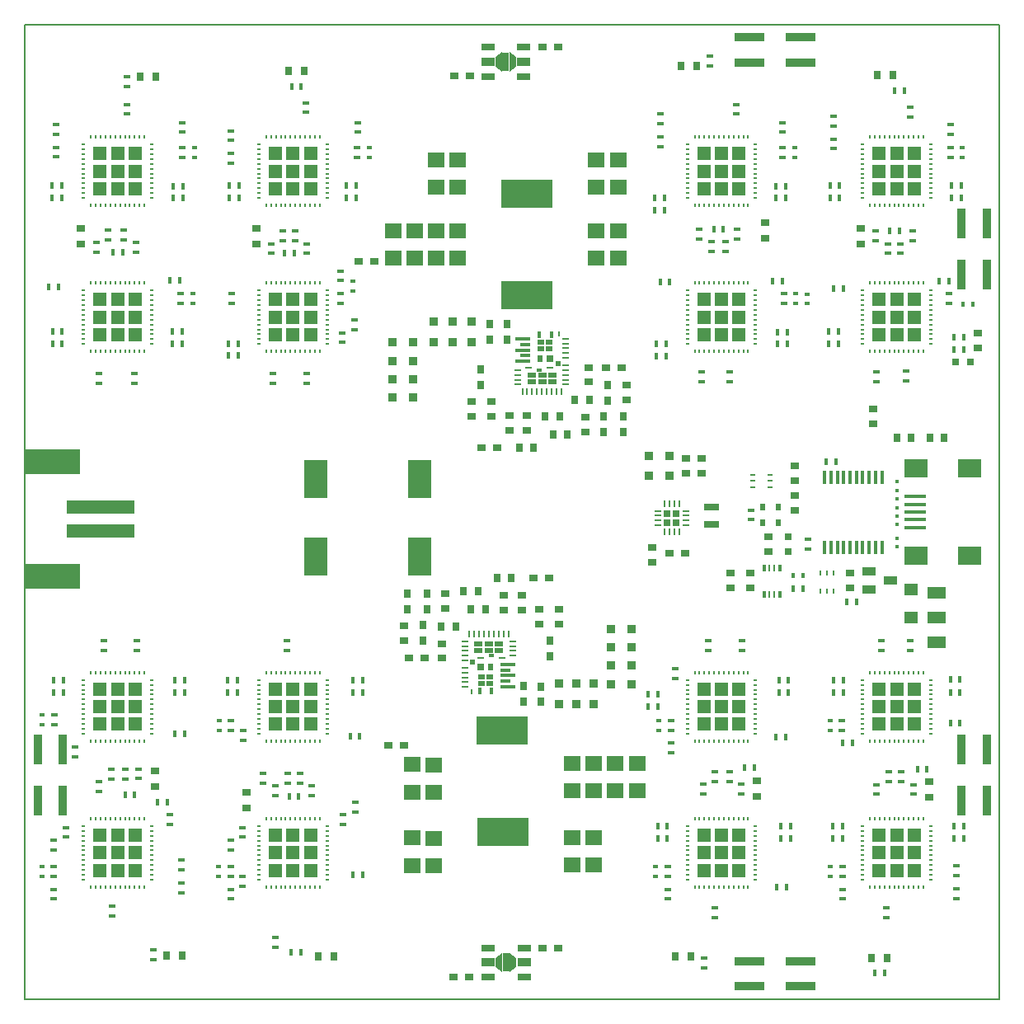
<source format=gtp>
G04 (created by PCBNEW (2013-05-16 BZR 4016)-stable) date 12. 1. 2014 21:27:48*
%MOIN*%
G04 Gerber Fmt 3.4, Leading zero omitted, Abs format*
%FSLAX34Y34*%
G01*
G70*
G90*
G04 APERTURE LIST*
%ADD10C,0.00590551*%
%ADD11R,0.0688315X0.0609315*%
%ADD12R,0.0334646X0.0295276*%
%ADD13R,0.0295276X0.0334646*%
%ADD14R,0.0098315X0.0255315*%
%ADD15R,0.0255315X0.0098315*%
%ADD16R,0.0374016X0.0216535*%
%ADD17R,0.00984252X0.0255315*%
%ADD18R,0.0200787X0.0259843*%
%ADD19R,0.0240157X0.0149606*%
%ADD20R,0.026378X0.00826772*%
%ADD21R,0.00984252X0.0248031*%
%ADD22R,0.0259843X0.0259843*%
%ADD23R,0.0200787X0.0200787*%
%ADD24R,0.0267717X0.0200787*%
%ADD25R,0.0129921X0.0255906*%
%ADD26R,0.0641732X0.0133858*%
%ADD27R,0.0429134X0.0133858*%
%ADD28R,0.0334646X0.0255906*%
%ADD29R,0.0255906X0.0334646*%
%ADD30R,0.023622X0.0314961*%
%ADD31R,0.0865315X0.0176315*%
%ADD32R,0.0964315X0.0767315*%
%ADD33R,0.0240157X0.00984252*%
%ADD34R,0.0137315X0.0570315*%
%ADD35R,0.0767717X0.0480315*%
%ADD36R,0.0216315X0.0137315*%
%ADD37R,0.124016X0.0374016*%
%ADD38R,0.0374016X0.124016*%
%ADD39R,0.0176315X0.0098315*%
%ADD40R,0.0098315X0.0176315*%
%ADD41R,0.0570866X0.0570866*%
%ADD42R,0.0098315X0.0275315*%
%ADD43R,0.0275315X0.0098315*%
%ADD44R,0.0255906X0.0255906*%
%ADD45R,0.00984252X0.0240157*%
%ADD46R,0.0177165X0.0177165*%
%ADD47R,0.0137795X0.0275591*%
%ADD48R,0.00984252X0.0275591*%
%ADD49R,0.0531496X0.0374016*%
%ADD50R,0.0295276X0.0295276*%
%ADD51R,0.0531496X0.0492126*%
%ADD52R,0.0610236X0.0295276*%
%ADD53R,0.0295276X0.0374016*%
%ADD54R,0.0374016X0.0295276*%
%ADD55R,0.0964567X0.155512*%
%ADD56R,0.0374016X0.0374016*%
%ADD57R,0.0255906X0.0177165*%
%ADD58R,0.0177165X0.0255906*%
%ADD59R,0.0216535X0.0177165*%
%ADD60R,0.0177165X0.0216535*%
%ADD61R,0.218504X0.102362*%
%ADD62R,0.273622X0.0531496*%
%ADD63R,0.21063X0.112205*%
%ADD64R,0.0571315X0.0256315*%
%ADD65R,0.0571315X0.0374315*%
%ADD66R,0.0295315X0.0767315*%
G04 APERTURE END LIST*
G54D10*
X38779Y-61023D02*
X78149Y-61023D01*
X78149Y-61023D02*
X78149Y-21653D01*
X78149Y-21653D02*
X38779Y-21653D01*
X38779Y-21653D02*
X38779Y-61023D01*
G54D11*
X61851Y-28202D03*
X61851Y-27100D03*
X62776Y-28202D03*
X62776Y-27100D03*
X56279Y-28208D03*
X56279Y-27106D03*
X55413Y-28208D03*
X55413Y-27106D03*
X54546Y-29965D03*
X54546Y-31067D03*
X53680Y-29965D03*
X53680Y-31067D03*
X63525Y-52610D03*
X63525Y-51508D03*
X62642Y-52607D03*
X62642Y-51505D03*
X55293Y-54522D03*
X55293Y-55624D03*
X54416Y-54521D03*
X54416Y-55623D03*
X60882Y-54515D03*
X60882Y-55617D03*
X61764Y-54517D03*
X61764Y-55619D03*
G54D12*
X59962Y-43996D03*
X59333Y-43996D03*
G54D13*
X54225Y-45260D03*
X54225Y-44631D03*
X59998Y-46531D03*
X59998Y-47160D03*
X55018Y-44641D03*
X55018Y-45270D03*
G54D12*
X54932Y-47236D03*
X54303Y-47236D03*
G54D13*
X54878Y-45921D03*
X54878Y-46550D03*
G54D14*
X58315Y-46274D03*
X58118Y-46274D03*
X57921Y-46274D03*
X57724Y-46274D03*
X57528Y-46274D03*
X57331Y-46274D03*
X57134Y-46274D03*
G54D15*
X56563Y-46560D03*
X56563Y-46756D03*
X56563Y-46953D03*
X58492Y-46560D03*
X58492Y-46756D03*
X58492Y-46953D03*
G54D16*
X57925Y-46936D03*
G54D17*
X56937Y-46274D03*
X56740Y-46274D03*
G54D18*
X57613Y-47602D03*
G54D15*
X58492Y-47150D03*
X56563Y-47151D03*
G54D19*
X57634Y-47146D03*
G54D20*
X58073Y-47231D03*
G54D15*
X56563Y-47341D03*
X56563Y-47636D03*
X56563Y-47831D03*
X56563Y-48026D03*
X56563Y-48221D03*
X56563Y-48421D03*
G54D21*
X56823Y-48591D03*
G54D22*
X57202Y-47603D03*
G54D20*
X57205Y-47238D03*
G54D23*
X56877Y-47414D03*
G54D16*
X57925Y-46668D03*
X57515Y-46936D03*
X57105Y-46936D03*
X57515Y-46668D03*
X57103Y-46668D03*
G54D24*
X57565Y-48276D03*
X57565Y-48011D03*
X57221Y-48276D03*
X57221Y-48012D03*
G54D25*
X57638Y-48586D03*
X57149Y-48586D03*
G54D26*
X58301Y-48400D03*
G54D27*
X58199Y-48176D03*
G54D26*
X58301Y-47954D03*
X58299Y-47508D03*
G54D27*
X58197Y-47732D03*
G54D28*
X60358Y-45871D03*
X60358Y-45280D03*
X55768Y-44650D03*
X55768Y-45241D03*
X59578Y-45280D03*
X59578Y-45871D03*
G54D29*
X55602Y-45956D03*
X56193Y-45956D03*
X56812Y-45276D03*
X57403Y-45276D03*
G54D28*
X55638Y-46660D03*
X55638Y-47251D03*
G54D29*
X57852Y-43996D03*
X58443Y-43996D03*
G54D28*
X54100Y-45938D03*
X54100Y-46529D03*
X58848Y-45301D03*
X58848Y-44710D03*
X58118Y-44710D03*
X58118Y-45301D03*
G54D11*
X55413Y-29960D03*
X55413Y-31062D03*
G54D12*
X59705Y-22550D03*
X60334Y-22550D03*
G54D30*
X69242Y-41151D03*
X68592Y-41151D03*
X69242Y-41761D03*
X68592Y-41761D03*
G54D11*
X56279Y-29960D03*
X56279Y-31062D03*
X61850Y-29980D03*
X61850Y-31082D03*
X62775Y-29980D03*
X62775Y-31082D03*
X60885Y-52607D03*
X60885Y-51505D03*
X61768Y-52610D03*
X61768Y-51508D03*
X55307Y-52659D03*
X55307Y-51557D03*
X54429Y-52657D03*
X54429Y-51555D03*
G54D31*
X74763Y-41338D03*
X74763Y-41652D03*
X74763Y-41967D03*
X74763Y-41024D03*
X74763Y-40709D03*
G54D32*
X74803Y-43089D03*
X74803Y-39587D03*
X76948Y-43089D03*
X76948Y-39587D03*
G54D33*
X68905Y-40334D03*
X68181Y-40078D03*
X68905Y-39822D03*
X68905Y-40078D03*
X68181Y-39822D03*
X68181Y-40334D03*
G54D34*
X71112Y-42785D03*
X71368Y-42785D03*
X71624Y-42785D03*
X71880Y-42785D03*
X72136Y-42785D03*
X72390Y-42785D03*
X72646Y-42785D03*
X72902Y-42785D03*
X73158Y-42785D03*
X73414Y-42785D03*
X73414Y-39931D03*
X73158Y-39931D03*
X72902Y-39931D03*
X72646Y-39931D03*
X72390Y-39931D03*
X72136Y-39931D03*
X71880Y-39931D03*
X71624Y-39931D03*
X71368Y-39931D03*
X71112Y-39931D03*
G54D35*
X75629Y-45610D03*
X75629Y-46614D03*
X75629Y-44606D03*
G54D36*
X70403Y-32539D03*
X70403Y-32893D03*
G54D37*
X68051Y-23159D03*
X68051Y-22155D03*
X70137Y-22155D03*
X70137Y-23159D03*
G54D38*
X76643Y-29665D03*
X77647Y-29665D03*
X77647Y-31751D03*
X76643Y-31751D03*
X76643Y-50925D03*
X77647Y-50925D03*
X77647Y-53011D03*
X76643Y-53011D03*
G54D37*
X70137Y-59517D03*
X70137Y-60521D03*
X68051Y-60521D03*
X68051Y-59517D03*
G54D39*
X43896Y-26477D03*
X43896Y-26674D03*
X43896Y-26871D03*
X43896Y-27067D03*
X43896Y-27264D03*
X43896Y-27461D03*
X43896Y-27657D03*
X43896Y-27854D03*
X43896Y-28051D03*
X43896Y-28247D03*
X43896Y-28444D03*
X43896Y-28641D03*
G54D40*
X43601Y-28936D03*
X43404Y-28936D03*
X43207Y-28936D03*
X43011Y-28936D03*
X42814Y-28936D03*
X42617Y-28936D03*
X42421Y-28936D03*
X42224Y-28936D03*
X42027Y-28936D03*
X41831Y-28936D03*
X41634Y-28936D03*
X41437Y-28936D03*
G54D39*
X41142Y-28641D03*
X41142Y-28444D03*
X41142Y-28247D03*
X41142Y-28051D03*
X41142Y-27854D03*
X41142Y-27657D03*
X41142Y-27461D03*
X41142Y-27264D03*
X41142Y-27067D03*
X41142Y-26871D03*
X41142Y-26674D03*
X41142Y-26477D03*
G54D40*
X41437Y-26182D03*
X41634Y-26182D03*
X41831Y-26182D03*
X42027Y-26182D03*
X42224Y-26182D03*
X42421Y-26182D03*
X42617Y-26182D03*
X42814Y-26182D03*
X43011Y-26182D03*
X43207Y-26182D03*
X43404Y-26182D03*
X43601Y-26182D03*
G54D41*
X41811Y-26850D03*
X42519Y-26850D03*
X43228Y-26850D03*
X41811Y-27559D03*
X42519Y-27559D03*
X43228Y-27559D03*
X41811Y-28267D03*
X42519Y-28267D03*
X43228Y-28267D03*
G54D39*
X43896Y-32382D03*
X43896Y-32579D03*
X43896Y-32776D03*
X43896Y-32972D03*
X43896Y-33169D03*
X43896Y-33366D03*
X43896Y-33562D03*
X43896Y-33759D03*
X43896Y-33956D03*
X43896Y-34152D03*
X43896Y-34349D03*
X43896Y-34546D03*
G54D40*
X43601Y-34841D03*
X43404Y-34841D03*
X43207Y-34841D03*
X43011Y-34841D03*
X42814Y-34841D03*
X42617Y-34841D03*
X42421Y-34841D03*
X42224Y-34841D03*
X42027Y-34841D03*
X41831Y-34841D03*
X41634Y-34841D03*
X41437Y-34841D03*
G54D39*
X41142Y-34546D03*
X41142Y-34349D03*
X41142Y-34152D03*
X41142Y-33956D03*
X41142Y-33759D03*
X41142Y-33562D03*
X41142Y-33366D03*
X41142Y-33169D03*
X41142Y-32972D03*
X41142Y-32776D03*
X41142Y-32579D03*
X41142Y-32382D03*
G54D40*
X41437Y-32087D03*
X41634Y-32087D03*
X41831Y-32087D03*
X42027Y-32087D03*
X42224Y-32087D03*
X42421Y-32087D03*
X42617Y-32087D03*
X42814Y-32087D03*
X43011Y-32087D03*
X43207Y-32087D03*
X43404Y-32087D03*
X43601Y-32087D03*
G54D41*
X41811Y-32755D03*
X42519Y-32755D03*
X43228Y-32755D03*
X41811Y-33464D03*
X42519Y-33464D03*
X43228Y-33464D03*
X41811Y-34173D03*
X42519Y-34173D03*
X43228Y-34173D03*
G54D39*
X50983Y-32382D03*
X50983Y-32579D03*
X50983Y-32776D03*
X50983Y-32972D03*
X50983Y-33169D03*
X50983Y-33366D03*
X50983Y-33562D03*
X50983Y-33759D03*
X50983Y-33956D03*
X50983Y-34152D03*
X50983Y-34349D03*
X50983Y-34546D03*
G54D40*
X50688Y-34841D03*
X50491Y-34841D03*
X50294Y-34841D03*
X50098Y-34841D03*
X49901Y-34841D03*
X49704Y-34841D03*
X49508Y-34841D03*
X49311Y-34841D03*
X49114Y-34841D03*
X48918Y-34841D03*
X48721Y-34841D03*
X48524Y-34841D03*
G54D39*
X48229Y-34546D03*
X48229Y-34349D03*
X48229Y-34152D03*
X48229Y-33956D03*
X48229Y-33759D03*
X48229Y-33562D03*
X48229Y-33366D03*
X48229Y-33169D03*
X48229Y-32972D03*
X48229Y-32776D03*
X48229Y-32579D03*
X48229Y-32382D03*
G54D40*
X48524Y-32087D03*
X48721Y-32087D03*
X48918Y-32087D03*
X49114Y-32087D03*
X49311Y-32087D03*
X49508Y-32087D03*
X49704Y-32087D03*
X49901Y-32087D03*
X50098Y-32087D03*
X50294Y-32087D03*
X50491Y-32087D03*
X50688Y-32087D03*
G54D41*
X48897Y-32755D03*
X49606Y-32755D03*
X50314Y-32755D03*
X48897Y-33464D03*
X49606Y-33464D03*
X50314Y-33464D03*
X48897Y-34173D03*
X49606Y-34173D03*
X50314Y-34173D03*
G54D39*
X50983Y-26477D03*
X50983Y-26674D03*
X50983Y-26871D03*
X50983Y-27067D03*
X50983Y-27264D03*
X50983Y-27461D03*
X50983Y-27657D03*
X50983Y-27854D03*
X50983Y-28051D03*
X50983Y-28247D03*
X50983Y-28444D03*
X50983Y-28641D03*
G54D40*
X50688Y-28936D03*
X50491Y-28936D03*
X50294Y-28936D03*
X50098Y-28936D03*
X49901Y-28936D03*
X49704Y-28936D03*
X49508Y-28936D03*
X49311Y-28936D03*
X49114Y-28936D03*
X48918Y-28936D03*
X48721Y-28936D03*
X48524Y-28936D03*
G54D39*
X48229Y-28641D03*
X48229Y-28444D03*
X48229Y-28247D03*
X48229Y-28051D03*
X48229Y-27854D03*
X48229Y-27657D03*
X48229Y-27461D03*
X48229Y-27264D03*
X48229Y-27067D03*
X48229Y-26871D03*
X48229Y-26674D03*
X48229Y-26477D03*
G54D40*
X48524Y-26182D03*
X48721Y-26182D03*
X48918Y-26182D03*
X49114Y-26182D03*
X49311Y-26182D03*
X49508Y-26182D03*
X49704Y-26182D03*
X49901Y-26182D03*
X50098Y-26182D03*
X50294Y-26182D03*
X50491Y-26182D03*
X50688Y-26182D03*
G54D41*
X48897Y-26850D03*
X49606Y-26850D03*
X50314Y-26850D03*
X48897Y-27559D03*
X49606Y-27559D03*
X50314Y-27559D03*
X48897Y-28267D03*
X49606Y-28267D03*
X50314Y-28267D03*
G54D39*
X41142Y-50294D03*
X41142Y-50097D03*
X41142Y-49900D03*
X41142Y-49704D03*
X41142Y-49507D03*
X41142Y-49310D03*
X41142Y-49114D03*
X41142Y-48917D03*
X41142Y-48720D03*
X41142Y-48524D03*
X41142Y-48327D03*
X41142Y-48130D03*
G54D40*
X41437Y-47835D03*
X41634Y-47835D03*
X41831Y-47835D03*
X42027Y-47835D03*
X42224Y-47835D03*
X42421Y-47835D03*
X42617Y-47835D03*
X42814Y-47835D03*
X43011Y-47835D03*
X43207Y-47835D03*
X43404Y-47835D03*
X43601Y-47835D03*
G54D39*
X43896Y-48130D03*
X43896Y-48327D03*
X43896Y-48524D03*
X43896Y-48720D03*
X43896Y-48917D03*
X43896Y-49114D03*
X43896Y-49310D03*
X43896Y-49507D03*
X43896Y-49704D03*
X43896Y-49900D03*
X43896Y-50097D03*
X43896Y-50294D03*
G54D40*
X43601Y-50589D03*
X43404Y-50589D03*
X43207Y-50589D03*
X43011Y-50589D03*
X42814Y-50589D03*
X42617Y-50589D03*
X42421Y-50589D03*
X42224Y-50589D03*
X42027Y-50589D03*
X41831Y-50589D03*
X41634Y-50589D03*
X41437Y-50589D03*
G54D41*
X43228Y-49921D03*
X42519Y-49921D03*
X41811Y-49921D03*
X43228Y-49212D03*
X42519Y-49212D03*
X41811Y-49212D03*
X43228Y-48503D03*
X42519Y-48503D03*
X41811Y-48503D03*
G54D39*
X41142Y-56200D03*
X41142Y-56003D03*
X41142Y-55806D03*
X41142Y-55610D03*
X41142Y-55413D03*
X41142Y-55216D03*
X41142Y-55020D03*
X41142Y-54823D03*
X41142Y-54626D03*
X41142Y-54430D03*
X41142Y-54233D03*
X41142Y-54036D03*
G54D40*
X41437Y-53741D03*
X41634Y-53741D03*
X41831Y-53741D03*
X42027Y-53741D03*
X42224Y-53741D03*
X42421Y-53741D03*
X42617Y-53741D03*
X42814Y-53741D03*
X43011Y-53741D03*
X43207Y-53741D03*
X43404Y-53741D03*
X43601Y-53741D03*
G54D39*
X43896Y-54036D03*
X43896Y-54233D03*
X43896Y-54430D03*
X43896Y-54626D03*
X43896Y-54823D03*
X43896Y-55020D03*
X43896Y-55216D03*
X43896Y-55413D03*
X43896Y-55610D03*
X43896Y-55806D03*
X43896Y-56003D03*
X43896Y-56200D03*
G54D40*
X43601Y-56495D03*
X43404Y-56495D03*
X43207Y-56495D03*
X43011Y-56495D03*
X42814Y-56495D03*
X42617Y-56495D03*
X42421Y-56495D03*
X42224Y-56495D03*
X42027Y-56495D03*
X41831Y-56495D03*
X41634Y-56495D03*
X41437Y-56495D03*
G54D41*
X43228Y-55826D03*
X42519Y-55826D03*
X41811Y-55826D03*
X43228Y-55118D03*
X42519Y-55118D03*
X41811Y-55118D03*
X43228Y-54409D03*
X42519Y-54409D03*
X41811Y-54409D03*
G54D39*
X48229Y-56200D03*
X48229Y-56003D03*
X48229Y-55806D03*
X48229Y-55610D03*
X48229Y-55413D03*
X48229Y-55216D03*
X48229Y-55020D03*
X48229Y-54823D03*
X48229Y-54626D03*
X48229Y-54430D03*
X48229Y-54233D03*
X48229Y-54036D03*
G54D40*
X48524Y-53741D03*
X48721Y-53741D03*
X48918Y-53741D03*
X49114Y-53741D03*
X49311Y-53741D03*
X49508Y-53741D03*
X49704Y-53741D03*
X49901Y-53741D03*
X50098Y-53741D03*
X50294Y-53741D03*
X50491Y-53741D03*
X50688Y-53741D03*
G54D39*
X50983Y-54036D03*
X50983Y-54233D03*
X50983Y-54430D03*
X50983Y-54626D03*
X50983Y-54823D03*
X50983Y-55020D03*
X50983Y-55216D03*
X50983Y-55413D03*
X50983Y-55610D03*
X50983Y-55806D03*
X50983Y-56003D03*
X50983Y-56200D03*
G54D40*
X50688Y-56495D03*
X50491Y-56495D03*
X50294Y-56495D03*
X50098Y-56495D03*
X49901Y-56495D03*
X49704Y-56495D03*
X49508Y-56495D03*
X49311Y-56495D03*
X49114Y-56495D03*
X48918Y-56495D03*
X48721Y-56495D03*
X48524Y-56495D03*
G54D41*
X50314Y-55826D03*
X49606Y-55826D03*
X48897Y-55826D03*
X50314Y-55118D03*
X49606Y-55118D03*
X48897Y-55118D03*
X50314Y-54409D03*
X49606Y-54409D03*
X48897Y-54409D03*
G54D39*
X48229Y-50294D03*
X48229Y-50097D03*
X48229Y-49900D03*
X48229Y-49704D03*
X48229Y-49507D03*
X48229Y-49310D03*
X48229Y-49114D03*
X48229Y-48917D03*
X48229Y-48720D03*
X48229Y-48524D03*
X48229Y-48327D03*
X48229Y-48130D03*
G54D40*
X48524Y-47835D03*
X48721Y-47835D03*
X48918Y-47835D03*
X49114Y-47835D03*
X49311Y-47835D03*
X49508Y-47835D03*
X49704Y-47835D03*
X49901Y-47835D03*
X50098Y-47835D03*
X50294Y-47835D03*
X50491Y-47835D03*
X50688Y-47835D03*
G54D39*
X50983Y-48130D03*
X50983Y-48327D03*
X50983Y-48524D03*
X50983Y-48720D03*
X50983Y-48917D03*
X50983Y-49114D03*
X50983Y-49310D03*
X50983Y-49507D03*
X50983Y-49704D03*
X50983Y-49900D03*
X50983Y-50097D03*
X50983Y-50294D03*
G54D40*
X50688Y-50589D03*
X50491Y-50589D03*
X50294Y-50589D03*
X50098Y-50589D03*
X49901Y-50589D03*
X49704Y-50589D03*
X49508Y-50589D03*
X49311Y-50589D03*
X49114Y-50589D03*
X48918Y-50589D03*
X48721Y-50589D03*
X48524Y-50589D03*
G54D41*
X50314Y-49921D03*
X49606Y-49921D03*
X48897Y-49921D03*
X50314Y-49212D03*
X49606Y-49212D03*
X48897Y-49212D03*
X50314Y-48503D03*
X49606Y-48503D03*
X48897Y-48503D03*
G54D39*
X65552Y-50294D03*
X65552Y-50097D03*
X65552Y-49900D03*
X65552Y-49704D03*
X65552Y-49507D03*
X65552Y-49310D03*
X65552Y-49114D03*
X65552Y-48917D03*
X65552Y-48720D03*
X65552Y-48524D03*
X65552Y-48327D03*
X65552Y-48130D03*
G54D40*
X65847Y-47835D03*
X66044Y-47835D03*
X66241Y-47835D03*
X66437Y-47835D03*
X66634Y-47835D03*
X66831Y-47835D03*
X67027Y-47835D03*
X67224Y-47835D03*
X67421Y-47835D03*
X67617Y-47835D03*
X67814Y-47835D03*
X68011Y-47835D03*
G54D39*
X68306Y-48130D03*
X68306Y-48327D03*
X68306Y-48524D03*
X68306Y-48720D03*
X68306Y-48917D03*
X68306Y-49114D03*
X68306Y-49310D03*
X68306Y-49507D03*
X68306Y-49704D03*
X68306Y-49900D03*
X68306Y-50097D03*
X68306Y-50294D03*
G54D40*
X68011Y-50589D03*
X67814Y-50589D03*
X67617Y-50589D03*
X67421Y-50589D03*
X67224Y-50589D03*
X67027Y-50589D03*
X66831Y-50589D03*
X66634Y-50589D03*
X66437Y-50589D03*
X66241Y-50589D03*
X66044Y-50589D03*
X65847Y-50589D03*
G54D41*
X67637Y-49921D03*
X66929Y-49921D03*
X66220Y-49921D03*
X67637Y-49212D03*
X66929Y-49212D03*
X66220Y-49212D03*
X67637Y-48503D03*
X66929Y-48503D03*
X66220Y-48503D03*
G54D39*
X65552Y-56200D03*
X65552Y-56003D03*
X65552Y-55806D03*
X65552Y-55610D03*
X65552Y-55413D03*
X65552Y-55216D03*
X65552Y-55020D03*
X65552Y-54823D03*
X65552Y-54626D03*
X65552Y-54430D03*
X65552Y-54233D03*
X65552Y-54036D03*
G54D40*
X65847Y-53741D03*
X66044Y-53741D03*
X66241Y-53741D03*
X66437Y-53741D03*
X66634Y-53741D03*
X66831Y-53741D03*
X67027Y-53741D03*
X67224Y-53741D03*
X67421Y-53741D03*
X67617Y-53741D03*
X67814Y-53741D03*
X68011Y-53741D03*
G54D39*
X68306Y-54036D03*
X68306Y-54233D03*
X68306Y-54430D03*
X68306Y-54626D03*
X68306Y-54823D03*
X68306Y-55020D03*
X68306Y-55216D03*
X68306Y-55413D03*
X68306Y-55610D03*
X68306Y-55806D03*
X68306Y-56003D03*
X68306Y-56200D03*
G54D40*
X68011Y-56495D03*
X67814Y-56495D03*
X67617Y-56495D03*
X67421Y-56495D03*
X67224Y-56495D03*
X67027Y-56495D03*
X66831Y-56495D03*
X66634Y-56495D03*
X66437Y-56495D03*
X66241Y-56495D03*
X66044Y-56495D03*
X65847Y-56495D03*
G54D41*
X67637Y-55826D03*
X66929Y-55826D03*
X66220Y-55826D03*
X67637Y-55118D03*
X66929Y-55118D03*
X66220Y-55118D03*
X67637Y-54409D03*
X66929Y-54409D03*
X66220Y-54409D03*
G54D39*
X72638Y-56200D03*
X72638Y-56003D03*
X72638Y-55806D03*
X72638Y-55610D03*
X72638Y-55413D03*
X72638Y-55216D03*
X72638Y-55020D03*
X72638Y-54823D03*
X72638Y-54626D03*
X72638Y-54430D03*
X72638Y-54233D03*
X72638Y-54036D03*
G54D40*
X72933Y-53741D03*
X73130Y-53741D03*
X73327Y-53741D03*
X73523Y-53741D03*
X73720Y-53741D03*
X73917Y-53741D03*
X74113Y-53741D03*
X74310Y-53741D03*
X74507Y-53741D03*
X74703Y-53741D03*
X74900Y-53741D03*
X75097Y-53741D03*
G54D39*
X75392Y-54036D03*
X75392Y-54233D03*
X75392Y-54430D03*
X75392Y-54626D03*
X75392Y-54823D03*
X75392Y-55020D03*
X75392Y-55216D03*
X75392Y-55413D03*
X75392Y-55610D03*
X75392Y-55806D03*
X75392Y-56003D03*
X75392Y-56200D03*
G54D40*
X75097Y-56495D03*
X74900Y-56495D03*
X74703Y-56495D03*
X74507Y-56495D03*
X74310Y-56495D03*
X74113Y-56495D03*
X73917Y-56495D03*
X73720Y-56495D03*
X73523Y-56495D03*
X73327Y-56495D03*
X73130Y-56495D03*
X72933Y-56495D03*
G54D41*
X74724Y-55826D03*
X74015Y-55826D03*
X73307Y-55826D03*
X74724Y-55118D03*
X74015Y-55118D03*
X73307Y-55118D03*
X74724Y-54409D03*
X74015Y-54409D03*
X73307Y-54409D03*
G54D39*
X72638Y-50294D03*
X72638Y-50097D03*
X72638Y-49900D03*
X72638Y-49704D03*
X72638Y-49507D03*
X72638Y-49310D03*
X72638Y-49114D03*
X72638Y-48917D03*
X72638Y-48720D03*
X72638Y-48524D03*
X72638Y-48327D03*
X72638Y-48130D03*
G54D40*
X72933Y-47835D03*
X73130Y-47835D03*
X73327Y-47835D03*
X73523Y-47835D03*
X73720Y-47835D03*
X73917Y-47835D03*
X74113Y-47835D03*
X74310Y-47835D03*
X74507Y-47835D03*
X74703Y-47835D03*
X74900Y-47835D03*
X75097Y-47835D03*
G54D39*
X75392Y-48130D03*
X75392Y-48327D03*
X75392Y-48524D03*
X75392Y-48720D03*
X75392Y-48917D03*
X75392Y-49114D03*
X75392Y-49310D03*
X75392Y-49507D03*
X75392Y-49704D03*
X75392Y-49900D03*
X75392Y-50097D03*
X75392Y-50294D03*
G54D40*
X75097Y-50589D03*
X74900Y-50589D03*
X74703Y-50589D03*
X74507Y-50589D03*
X74310Y-50589D03*
X74113Y-50589D03*
X73917Y-50589D03*
X73720Y-50589D03*
X73523Y-50589D03*
X73327Y-50589D03*
X73130Y-50589D03*
X72933Y-50589D03*
G54D41*
X74724Y-49921D03*
X74015Y-49921D03*
X73307Y-49921D03*
X74724Y-49212D03*
X74015Y-49212D03*
X73307Y-49212D03*
X74724Y-48503D03*
X74015Y-48503D03*
X73307Y-48503D03*
G54D39*
X75392Y-32382D03*
X75392Y-32579D03*
X75392Y-32776D03*
X75392Y-32972D03*
X75392Y-33169D03*
X75392Y-33366D03*
X75392Y-33562D03*
X75392Y-33759D03*
X75392Y-33956D03*
X75392Y-34152D03*
X75392Y-34349D03*
X75392Y-34546D03*
G54D40*
X75097Y-34841D03*
X74900Y-34841D03*
X74703Y-34841D03*
X74507Y-34841D03*
X74310Y-34841D03*
X74113Y-34841D03*
X73917Y-34841D03*
X73720Y-34841D03*
X73523Y-34841D03*
X73327Y-34841D03*
X73130Y-34841D03*
X72933Y-34841D03*
G54D39*
X72638Y-34546D03*
X72638Y-34349D03*
X72638Y-34152D03*
X72638Y-33956D03*
X72638Y-33759D03*
X72638Y-33562D03*
X72638Y-33366D03*
X72638Y-33169D03*
X72638Y-32972D03*
X72638Y-32776D03*
X72638Y-32579D03*
X72638Y-32382D03*
G54D40*
X72933Y-32087D03*
X73130Y-32087D03*
X73327Y-32087D03*
X73523Y-32087D03*
X73720Y-32087D03*
X73917Y-32087D03*
X74113Y-32087D03*
X74310Y-32087D03*
X74507Y-32087D03*
X74703Y-32087D03*
X74900Y-32087D03*
X75097Y-32087D03*
G54D41*
X73307Y-32755D03*
X74015Y-32755D03*
X74724Y-32755D03*
X73307Y-33464D03*
X74015Y-33464D03*
X74724Y-33464D03*
X73307Y-34173D03*
X74015Y-34173D03*
X74724Y-34173D03*
G54D39*
X75392Y-26477D03*
X75392Y-26674D03*
X75392Y-26871D03*
X75392Y-27067D03*
X75392Y-27264D03*
X75392Y-27461D03*
X75392Y-27657D03*
X75392Y-27854D03*
X75392Y-28051D03*
X75392Y-28247D03*
X75392Y-28444D03*
X75392Y-28641D03*
G54D40*
X75097Y-28936D03*
X74900Y-28936D03*
X74703Y-28936D03*
X74507Y-28936D03*
X74310Y-28936D03*
X74113Y-28936D03*
X73917Y-28936D03*
X73720Y-28936D03*
X73523Y-28936D03*
X73327Y-28936D03*
X73130Y-28936D03*
X72933Y-28936D03*
G54D39*
X72638Y-28641D03*
X72638Y-28444D03*
X72638Y-28247D03*
X72638Y-28051D03*
X72638Y-27854D03*
X72638Y-27657D03*
X72638Y-27461D03*
X72638Y-27264D03*
X72638Y-27067D03*
X72638Y-26871D03*
X72638Y-26674D03*
X72638Y-26477D03*
G54D40*
X72933Y-26182D03*
X73130Y-26182D03*
X73327Y-26182D03*
X73523Y-26182D03*
X73720Y-26182D03*
X73917Y-26182D03*
X74113Y-26182D03*
X74310Y-26182D03*
X74507Y-26182D03*
X74703Y-26182D03*
X74900Y-26182D03*
X75097Y-26182D03*
G54D41*
X73307Y-26850D03*
X74015Y-26850D03*
X74724Y-26850D03*
X73307Y-27559D03*
X74015Y-27559D03*
X74724Y-27559D03*
X73307Y-28267D03*
X74015Y-28267D03*
X74724Y-28267D03*
G54D39*
X68306Y-26477D03*
X68306Y-26674D03*
X68306Y-26871D03*
X68306Y-27067D03*
X68306Y-27264D03*
X68306Y-27461D03*
X68306Y-27657D03*
X68306Y-27854D03*
X68306Y-28051D03*
X68306Y-28247D03*
X68306Y-28444D03*
X68306Y-28641D03*
G54D40*
X68011Y-28936D03*
X67814Y-28936D03*
X67617Y-28936D03*
X67421Y-28936D03*
X67224Y-28936D03*
X67027Y-28936D03*
X66831Y-28936D03*
X66634Y-28936D03*
X66437Y-28936D03*
X66241Y-28936D03*
X66044Y-28936D03*
X65847Y-28936D03*
G54D39*
X65552Y-28641D03*
X65552Y-28444D03*
X65552Y-28247D03*
X65552Y-28051D03*
X65552Y-27854D03*
X65552Y-27657D03*
X65552Y-27461D03*
X65552Y-27264D03*
X65552Y-27067D03*
X65552Y-26871D03*
X65552Y-26674D03*
X65552Y-26477D03*
G54D40*
X65847Y-26182D03*
X66044Y-26182D03*
X66241Y-26182D03*
X66437Y-26182D03*
X66634Y-26182D03*
X66831Y-26182D03*
X67027Y-26182D03*
X67224Y-26182D03*
X67421Y-26182D03*
X67617Y-26182D03*
X67814Y-26182D03*
X68011Y-26182D03*
G54D41*
X66220Y-26850D03*
X66929Y-26850D03*
X67637Y-26850D03*
X66220Y-27559D03*
X66929Y-27559D03*
X67637Y-27559D03*
X66220Y-28267D03*
X66929Y-28267D03*
X67637Y-28267D03*
G54D39*
X68306Y-32382D03*
X68306Y-32579D03*
X68306Y-32776D03*
X68306Y-32972D03*
X68306Y-33169D03*
X68306Y-33366D03*
X68306Y-33562D03*
X68306Y-33759D03*
X68306Y-33956D03*
X68306Y-34152D03*
X68306Y-34349D03*
X68306Y-34546D03*
G54D40*
X68011Y-34841D03*
X67814Y-34841D03*
X67617Y-34841D03*
X67421Y-34841D03*
X67224Y-34841D03*
X67027Y-34841D03*
X66831Y-34841D03*
X66634Y-34841D03*
X66437Y-34841D03*
X66241Y-34841D03*
X66044Y-34841D03*
X65847Y-34841D03*
G54D39*
X65552Y-34546D03*
X65552Y-34349D03*
X65552Y-34152D03*
X65552Y-33956D03*
X65552Y-33759D03*
X65552Y-33562D03*
X65552Y-33366D03*
X65552Y-33169D03*
X65552Y-32972D03*
X65552Y-32776D03*
X65552Y-32579D03*
X65552Y-32382D03*
G54D40*
X65847Y-32087D03*
X66044Y-32087D03*
X66241Y-32087D03*
X66437Y-32087D03*
X66634Y-32087D03*
X66831Y-32087D03*
X67027Y-32087D03*
X67224Y-32087D03*
X67421Y-32087D03*
X67617Y-32087D03*
X67814Y-32087D03*
X68011Y-32087D03*
G54D41*
X66220Y-32755D03*
X66929Y-32755D03*
X67637Y-32755D03*
X66220Y-33464D03*
X66929Y-33464D03*
X67637Y-33464D03*
X66220Y-34173D03*
X66929Y-34173D03*
X67637Y-34173D03*
G54D42*
X65214Y-41015D03*
X65017Y-41015D03*
X64821Y-41015D03*
X64624Y-41015D03*
G54D43*
X64349Y-41290D03*
X64349Y-41487D03*
X64349Y-41683D03*
X64349Y-41880D03*
G54D42*
X64624Y-42155D03*
X64821Y-42155D03*
X65017Y-42155D03*
X65214Y-42155D03*
G54D43*
X65489Y-41880D03*
X65489Y-41683D03*
X65489Y-41487D03*
X65489Y-41290D03*
G54D44*
X65096Y-41408D03*
X65096Y-41763D03*
X64742Y-41408D03*
X64742Y-41763D03*
G54D38*
X40285Y-53011D03*
X39281Y-53011D03*
X39281Y-50925D03*
X40285Y-50925D03*
G54D45*
X70944Y-44545D03*
X71200Y-43820D03*
X71456Y-44545D03*
X71200Y-44545D03*
X71456Y-43820D03*
X70944Y-43820D03*
G54D46*
X74025Y-41496D03*
X74025Y-41850D03*
X74025Y-40807D03*
X74025Y-41161D03*
X74035Y-42401D03*
X74035Y-42755D03*
X74025Y-40118D03*
X74025Y-40472D03*
G54D47*
X69291Y-44685D03*
X68661Y-44685D03*
G54D48*
X68877Y-44685D03*
X69074Y-44685D03*
X69074Y-43602D03*
X68877Y-43602D03*
G54D47*
X68661Y-43602D03*
X69291Y-43602D03*
G54D49*
X72883Y-43740D03*
X72883Y-44488D03*
X73750Y-44104D03*
G54D50*
X69616Y-42352D03*
X69616Y-42942D03*
X76407Y-35275D03*
X76998Y-35275D03*
G54D51*
X74596Y-45600D03*
X74596Y-44458D03*
G54D52*
X66525Y-41840D03*
X66525Y-41131D03*
G54D53*
X44074Y-23740D03*
X43444Y-23740D03*
X50068Y-23494D03*
X49438Y-23494D03*
G54D54*
X48139Y-29881D03*
X48139Y-30511D03*
X41023Y-29862D03*
X41023Y-30492D03*
X44015Y-52431D03*
X44015Y-51801D03*
X47746Y-53307D03*
X47746Y-52677D03*
G54D53*
X45127Y-59261D03*
X44498Y-59261D03*
X51259Y-59320D03*
X50629Y-59320D03*
X65078Y-59301D03*
X65708Y-59301D03*
X73011Y-59360D03*
X73641Y-59360D03*
G54D54*
X68366Y-52844D03*
X68366Y-52214D03*
X75324Y-52874D03*
X75324Y-52244D03*
X68681Y-29645D03*
X68681Y-30275D03*
X72559Y-29862D03*
X72559Y-30492D03*
G54D53*
X65285Y-23307D03*
X65915Y-23307D03*
X73238Y-23661D03*
X73868Y-23661D03*
G54D55*
X50515Y-43141D03*
X50515Y-39992D03*
X54736Y-43141D03*
X54736Y-39992D03*
G54D13*
X58932Y-49016D03*
X58932Y-48387D03*
X57559Y-34370D03*
X57559Y-33740D03*
X58270Y-33750D03*
X58270Y-34379D03*
G54D12*
X56764Y-23720D03*
X56135Y-23720D03*
X56724Y-60145D03*
X56095Y-60145D03*
X59705Y-58960D03*
X60334Y-58960D03*
X66122Y-39173D03*
X65492Y-39173D03*
X66122Y-39783D03*
X65492Y-39783D03*
X64842Y-43011D03*
X65472Y-43011D03*
G54D13*
X59640Y-48391D03*
X59640Y-49020D03*
G54D12*
X52275Y-31190D03*
X52904Y-31190D03*
G54D56*
X63996Y-39881D03*
X64822Y-39881D03*
X63996Y-39074D03*
X64822Y-39074D03*
X60347Y-48285D03*
X60347Y-49112D03*
X61054Y-48285D03*
X61054Y-49112D03*
X61754Y-48285D03*
X61754Y-49112D03*
X62466Y-48290D03*
X63293Y-48290D03*
X62467Y-47544D03*
X63294Y-47544D03*
X56830Y-34473D03*
X56830Y-33646D03*
X56060Y-34473D03*
X56060Y-33646D03*
X55290Y-34473D03*
X55290Y-33646D03*
X54468Y-34488D03*
X53641Y-34488D03*
X54463Y-35230D03*
X53636Y-35230D03*
G54D28*
X68110Y-43818D03*
X68110Y-44409D03*
X67312Y-43818D03*
X67312Y-44409D03*
X72145Y-43799D03*
X72145Y-44389D03*
X68818Y-42942D03*
X68818Y-42352D03*
X77283Y-34704D03*
X77283Y-34114D03*
X73051Y-37185D03*
X73051Y-37775D03*
G54D29*
X75354Y-38346D03*
X75944Y-38346D03*
X74606Y-38346D03*
X74015Y-38346D03*
G54D28*
X69911Y-39468D03*
X69911Y-40059D03*
X69911Y-40669D03*
X69911Y-41259D03*
X64133Y-42775D03*
X64133Y-43366D03*
G54D57*
X70423Y-42450D03*
X70423Y-42844D03*
G54D58*
X71988Y-44970D03*
X72381Y-44970D03*
X69832Y-44429D03*
X70226Y-44429D03*
G54D57*
X43366Y-51722D03*
X43366Y-52116D03*
G54D58*
X49448Y-52834D03*
X49842Y-52834D03*
G54D57*
X43966Y-59045D03*
X43966Y-59438D03*
G54D58*
X49931Y-59124D03*
X49537Y-59124D03*
X68248Y-51673D03*
X67854Y-51673D03*
X75246Y-51732D03*
X74852Y-51732D03*
G54D57*
X66220Y-59370D03*
X66220Y-59763D03*
G54D58*
X73523Y-59980D03*
X73129Y-59980D03*
X73740Y-29960D03*
X74133Y-29960D03*
X67007Y-29901D03*
X66614Y-29901D03*
X73946Y-24301D03*
X74340Y-24301D03*
G54D57*
X66456Y-23297D03*
X66456Y-22903D03*
G54D58*
X49665Y-30885D03*
X49271Y-30885D03*
X42342Y-30846D03*
X42736Y-30846D03*
X49547Y-24153D03*
X49940Y-24153D03*
G54D57*
X42913Y-23740D03*
X42913Y-24133D03*
X68129Y-41259D03*
X68129Y-41653D03*
G54D58*
X71171Y-39301D03*
X71564Y-39301D03*
G54D57*
X41948Y-46948D03*
X41948Y-46555D03*
X40797Y-50846D03*
X40797Y-51240D03*
G54D58*
X40314Y-48622D03*
X39921Y-48622D03*
X43208Y-52785D03*
X42814Y-52785D03*
X44842Y-48622D03*
X45236Y-48622D03*
X44842Y-50295D03*
X45236Y-50295D03*
G54D57*
X42834Y-51732D03*
X42834Y-52125D03*
X42263Y-51732D03*
X42263Y-52125D03*
X39970Y-49537D03*
X39970Y-49931D03*
G54D58*
X40314Y-48129D03*
X39921Y-48129D03*
X44842Y-48129D03*
X45236Y-48129D03*
X51919Y-50403D03*
X52312Y-50403D03*
X47362Y-48622D03*
X46968Y-48622D03*
G54D57*
X48405Y-51919D03*
X48405Y-52312D03*
X49350Y-46948D03*
X49350Y-46555D03*
G54D58*
X52027Y-48622D03*
X52421Y-48622D03*
G54D57*
X47598Y-50177D03*
X47598Y-50570D03*
X49881Y-51909D03*
X49881Y-52303D03*
X49389Y-51909D03*
X49389Y-52303D03*
X47106Y-49763D03*
X47106Y-50157D03*
G54D58*
X47362Y-48129D03*
X46968Y-48129D03*
X52027Y-48129D03*
X52421Y-48129D03*
G54D57*
X42283Y-57273D03*
X42283Y-57667D03*
X39940Y-56988D03*
X39940Y-56594D03*
X39940Y-55000D03*
X39940Y-54606D03*
X41771Y-52637D03*
X41771Y-52244D03*
G54D58*
X44124Y-53080D03*
X44517Y-53080D03*
G54D57*
X43287Y-46948D03*
X43287Y-46555D03*
X45098Y-56732D03*
X45098Y-56338D03*
X45098Y-55413D03*
X45098Y-55807D03*
X39940Y-55669D03*
X39940Y-56062D03*
X40433Y-54094D03*
X40433Y-54488D03*
X44622Y-53976D03*
X44622Y-53582D03*
G54D58*
X52037Y-56013D03*
X52431Y-56013D03*
G54D57*
X47086Y-56988D03*
X47086Y-56594D03*
X47086Y-55000D03*
X47086Y-54606D03*
X50374Y-52814D03*
X50374Y-52421D03*
X52125Y-53070D03*
X52125Y-53464D03*
X47578Y-56082D03*
X47578Y-56476D03*
X48897Y-52814D03*
X48897Y-52421D03*
X48887Y-58553D03*
X48887Y-58946D03*
X47086Y-55669D03*
X47086Y-56062D03*
X47578Y-54094D03*
X47578Y-54488D03*
X51633Y-53976D03*
X51633Y-53582D03*
X67736Y-52736D03*
X67736Y-52342D03*
G54D58*
X64350Y-48720D03*
X63956Y-48720D03*
G54D57*
X67775Y-46948D03*
X67775Y-46555D03*
X66397Y-46948D03*
X66397Y-46555D03*
G54D58*
X69251Y-48622D03*
X69645Y-48622D03*
G54D57*
X64901Y-51082D03*
X64901Y-50688D03*
X67263Y-51830D03*
X67263Y-52224D03*
X66673Y-51830D03*
X66673Y-52224D03*
X64901Y-49763D03*
X64901Y-50157D03*
X65078Y-48070D03*
X65078Y-47677D03*
G54D58*
X69251Y-48129D03*
X69645Y-48129D03*
G54D57*
X74704Y-52755D03*
X74704Y-52362D03*
X74547Y-46929D03*
X74547Y-46535D03*
G54D58*
X71850Y-48622D03*
X71456Y-48622D03*
G54D57*
X73405Y-46929D03*
X73405Y-46535D03*
G54D58*
X76181Y-48622D03*
X76574Y-48622D03*
X72234Y-50669D03*
X71840Y-50669D03*
G54D57*
X74212Y-51850D03*
X74212Y-52244D03*
X73700Y-51850D03*
X73700Y-52244D03*
X71811Y-49763D03*
X71811Y-50157D03*
G54D58*
X71850Y-48129D03*
X71456Y-48129D03*
X76181Y-48110D03*
X76574Y-48110D03*
X69163Y-56505D03*
X69557Y-56505D03*
X64350Y-49212D03*
X63956Y-49212D03*
X64744Y-54527D03*
X64350Y-54527D03*
G54D57*
X66181Y-52736D03*
X66181Y-52342D03*
G54D58*
X69330Y-54527D03*
X69724Y-54527D03*
G54D57*
X64763Y-56988D03*
X64763Y-56594D03*
G54D58*
X69143Y-50442D03*
X69537Y-50442D03*
G54D57*
X66649Y-57334D03*
X66649Y-57728D03*
X64763Y-55669D03*
X64763Y-56062D03*
G54D58*
X64744Y-54035D03*
X64350Y-54035D03*
X69330Y-54035D03*
X69724Y-54035D03*
G54D57*
X73610Y-57350D03*
X73610Y-57744D03*
X76417Y-56968D03*
X76417Y-56574D03*
G54D58*
X71830Y-54527D03*
X71437Y-54527D03*
G54D57*
X73208Y-52755D03*
X73208Y-52362D03*
G54D58*
X76338Y-54527D03*
X76732Y-54527D03*
G54D57*
X71830Y-56988D03*
X71830Y-56594D03*
X76417Y-55629D03*
X76417Y-56023D03*
G54D58*
X76181Y-49881D03*
X76574Y-49881D03*
G54D57*
X71830Y-55669D03*
X71830Y-56062D03*
G54D58*
X71830Y-54035D03*
X71437Y-54035D03*
X76338Y-54035D03*
X76732Y-54035D03*
G54D57*
X73188Y-35669D03*
X73188Y-36062D03*
G54D58*
X76338Y-34281D03*
X76732Y-34281D03*
G54D57*
X67263Y-35673D03*
X67263Y-36066D03*
X74397Y-35653D03*
X74397Y-36047D03*
G54D58*
X71653Y-34055D03*
X71259Y-34055D03*
G54D57*
X73661Y-30885D03*
X73661Y-30492D03*
X74173Y-30885D03*
X74173Y-30492D03*
G54D58*
X75728Y-32007D03*
X76122Y-32007D03*
G54D57*
X76141Y-32893D03*
X76141Y-32500D03*
G54D58*
X76338Y-34763D03*
X76732Y-34763D03*
X71653Y-34547D03*
X71259Y-34547D03*
X69192Y-34074D03*
X69586Y-34074D03*
X64842Y-32047D03*
X64448Y-32047D03*
G54D57*
X66043Y-29901D03*
X66043Y-30295D03*
G54D58*
X68996Y-32007D03*
X69389Y-32007D03*
X64685Y-35039D03*
X64291Y-35039D03*
G54D57*
X66122Y-35669D03*
X66122Y-36062D03*
X67086Y-30807D03*
X67086Y-30413D03*
X66535Y-30807D03*
X66535Y-30413D03*
X69448Y-32913D03*
X69448Y-32519D03*
G54D58*
X69192Y-34547D03*
X69586Y-34547D03*
X64685Y-34547D03*
X64291Y-34547D03*
G54D57*
X71456Y-26653D03*
X71456Y-26259D03*
X76181Y-25688D03*
X76181Y-26082D03*
G54D58*
X76240Y-28149D03*
X76633Y-28149D03*
G54D57*
X74665Y-29980D03*
X74665Y-30374D03*
G54D58*
X71712Y-28149D03*
X71318Y-28149D03*
G54D57*
X71456Y-25334D03*
X71456Y-25728D03*
X73169Y-29980D03*
X73169Y-30374D03*
X74551Y-25370D03*
X74551Y-24976D03*
X76181Y-27007D03*
X76181Y-26614D03*
G54D58*
X76240Y-28641D03*
X76633Y-28641D03*
X71712Y-28641D03*
X71318Y-28641D03*
G54D57*
X64468Y-25255D03*
X64468Y-25649D03*
G54D58*
X69133Y-28169D03*
X69527Y-28169D03*
G54D57*
X69409Y-25590D03*
X69409Y-25984D03*
X67578Y-29901D03*
X67578Y-30295D03*
G54D58*
X71860Y-32312D03*
X71466Y-32312D03*
X64625Y-29133D03*
X64232Y-29133D03*
G54D57*
X64468Y-26574D03*
X64468Y-26181D03*
X67519Y-25255D03*
X67519Y-24862D03*
X69389Y-27007D03*
X69389Y-26614D03*
G54D58*
X69133Y-28641D03*
X69527Y-28641D03*
X64625Y-28641D03*
X64232Y-28641D03*
G54D57*
X47125Y-32893D03*
X47125Y-32500D03*
X50177Y-30885D03*
X50177Y-30492D03*
X48740Y-30885D03*
X48740Y-30492D03*
X52086Y-33582D03*
X52086Y-33976D03*
X49192Y-29980D03*
X49192Y-30374D03*
X48799Y-35748D03*
X48799Y-36141D03*
G54D58*
X47401Y-35019D03*
X47007Y-35019D03*
G54D57*
X51535Y-31594D03*
X51535Y-31988D03*
X51535Y-32913D03*
X51535Y-32519D03*
X51594Y-34488D03*
X51594Y-34094D03*
G54D58*
X47401Y-34527D03*
X47007Y-34527D03*
G54D57*
X43208Y-35748D03*
X43208Y-36141D03*
X43259Y-30842D03*
X43259Y-30448D03*
X41653Y-30846D03*
X41653Y-30452D03*
G54D58*
X44744Y-34055D03*
X45137Y-34055D03*
G54D57*
X41771Y-35748D03*
X41771Y-36141D03*
G54D58*
X40275Y-34055D03*
X39881Y-34055D03*
X44645Y-31988D03*
X45039Y-31988D03*
X40127Y-32234D03*
X39734Y-32234D03*
G54D57*
X45059Y-32893D03*
X45059Y-32500D03*
G54D58*
X40275Y-34547D03*
X39881Y-34547D03*
X44744Y-34547D03*
X45137Y-34547D03*
G54D57*
X50137Y-25188D03*
X50137Y-24795D03*
X47106Y-27244D03*
X47106Y-26850D03*
X52224Y-25590D03*
X52224Y-25984D03*
X50149Y-35748D03*
X50149Y-36141D03*
G54D58*
X51771Y-28149D03*
X52165Y-28149D03*
G54D57*
X49685Y-29980D03*
X49685Y-30374D03*
X47106Y-25925D03*
X47106Y-26318D03*
G54D58*
X47421Y-28149D03*
X47027Y-28149D03*
G54D57*
X52204Y-27007D03*
X52204Y-26614D03*
G54D58*
X47421Y-28641D03*
X47027Y-28641D03*
X51771Y-28641D03*
X52165Y-28641D03*
G54D57*
X40039Y-26988D03*
X40039Y-26594D03*
X42145Y-29940D03*
X42145Y-30334D03*
X42775Y-29940D03*
X42775Y-30334D03*
G54D58*
X44763Y-28169D03*
X45157Y-28169D03*
G54D57*
X45137Y-25590D03*
X45137Y-25984D03*
G54D58*
X40255Y-28149D03*
X39862Y-28149D03*
G54D57*
X45137Y-27007D03*
X45137Y-26614D03*
G54D58*
X44763Y-28641D03*
X45157Y-28641D03*
G54D57*
X40039Y-25669D03*
X40039Y-26062D03*
X42905Y-25251D03*
X42905Y-24858D03*
G54D58*
X40255Y-28641D03*
X39862Y-28641D03*
G54D59*
X45629Y-27007D03*
X45629Y-26614D03*
X45551Y-32893D03*
X45551Y-32500D03*
X52027Y-32401D03*
X52027Y-32007D03*
X52696Y-27007D03*
X52696Y-26614D03*
X46614Y-49763D03*
X46614Y-50157D03*
X46594Y-55669D03*
X46594Y-56062D03*
X39448Y-55669D03*
X39448Y-56062D03*
X39478Y-49537D03*
X39478Y-49931D03*
G54D60*
X70216Y-43897D03*
X69822Y-43897D03*
G54D59*
X76673Y-27007D03*
X76673Y-26614D03*
G54D60*
X76692Y-32952D03*
X77086Y-32952D03*
G54D59*
X69921Y-32913D03*
X69921Y-32519D03*
X69881Y-27007D03*
X69881Y-26614D03*
X64409Y-49763D03*
X64409Y-50157D03*
X64271Y-55669D03*
X64271Y-56062D03*
X71338Y-55669D03*
X71338Y-56062D03*
X71318Y-49763D03*
X71318Y-50157D03*
G54D61*
X39911Y-43937D03*
X39911Y-39311D03*
G54D62*
X41840Y-41131D03*
X41840Y-42116D03*
G54D63*
X59070Y-32571D03*
X59068Y-28466D03*
G54D28*
X59080Y-38035D03*
X59080Y-37444D03*
X58350Y-37444D03*
X58350Y-38035D03*
X63098Y-36807D03*
X63098Y-36216D03*
G54D29*
X59345Y-38750D03*
X58754Y-38750D03*
G54D28*
X61560Y-36085D03*
X61560Y-35494D03*
G54D29*
X60385Y-37470D03*
X59794Y-37470D03*
X61595Y-36790D03*
X61004Y-36790D03*
G54D28*
X57620Y-37465D03*
X57620Y-36874D03*
X61430Y-38095D03*
X61430Y-37504D03*
X56840Y-36874D03*
X56840Y-37465D03*
G54D14*
X58882Y-36471D03*
X59079Y-36471D03*
X59276Y-36471D03*
X59473Y-36471D03*
X59670Y-36471D03*
X59866Y-36471D03*
X60063Y-36471D03*
G54D15*
X60634Y-36185D03*
X60634Y-35989D03*
X60634Y-35792D03*
X58705Y-36185D03*
X58705Y-35989D03*
X58705Y-35792D03*
G54D16*
X59273Y-35810D03*
G54D17*
X60260Y-36471D03*
X60457Y-36471D03*
G54D18*
X59585Y-35144D03*
G54D15*
X58705Y-35595D03*
X60635Y-35595D03*
G54D19*
X59564Y-35600D03*
G54D20*
X59125Y-35515D03*
G54D15*
X60635Y-35405D03*
X60635Y-35110D03*
X60635Y-34915D03*
X60635Y-34720D03*
X60635Y-34525D03*
X60635Y-34325D03*
G54D21*
X60375Y-34155D03*
G54D22*
X59996Y-35143D03*
G54D20*
X59993Y-35508D03*
G54D23*
X60321Y-35332D03*
G54D16*
X59273Y-36078D03*
X59683Y-35810D03*
X60093Y-35810D03*
X59683Y-36078D03*
X60095Y-36078D03*
G54D24*
X59633Y-34470D03*
X59633Y-34735D03*
X59977Y-34470D03*
X59977Y-34734D03*
G54D25*
X59560Y-34160D03*
X60049Y-34160D03*
G54D26*
X58897Y-34346D03*
G54D27*
X58999Y-34570D03*
G54D26*
X58897Y-34792D03*
X58899Y-35238D03*
G54D27*
X59001Y-35014D03*
G54D56*
X54463Y-35970D03*
X53636Y-35970D03*
X54463Y-36710D03*
X53636Y-36710D03*
G54D13*
X62320Y-36824D03*
X62320Y-36195D03*
G54D12*
X62265Y-35510D03*
X62894Y-35510D03*
G54D13*
X62180Y-38104D03*
X62180Y-37475D03*
X57200Y-36214D03*
X57200Y-35585D03*
X62973Y-37485D03*
X62973Y-38114D03*
G54D12*
X57235Y-38750D03*
X57864Y-38750D03*
X53465Y-50770D03*
X54094Y-50770D03*
G54D63*
X58080Y-50159D03*
X58082Y-54264D03*
G54D29*
X57083Y-44536D03*
X56492Y-44536D03*
X60114Y-38210D03*
X60705Y-38210D03*
G54D56*
X62467Y-46809D03*
X63294Y-46809D03*
X62466Y-46065D03*
X63293Y-46065D03*
G54D10*
G36*
X58358Y-22755D02*
X58633Y-22952D01*
X58633Y-23327D01*
X58358Y-23524D01*
X58358Y-22755D01*
X58358Y-22755D01*
G37*
G54D64*
X58939Y-22549D03*
X58939Y-23731D03*
X57481Y-22549D03*
G54D65*
X57481Y-23140D03*
G54D64*
X57481Y-23731D03*
G54D65*
X58939Y-23140D03*
G54D10*
G36*
X58061Y-23524D02*
X57786Y-23327D01*
X57786Y-22952D01*
X58061Y-22755D01*
X58061Y-23524D01*
X58061Y-23524D01*
G37*
G54D66*
X58210Y-23140D03*
G54D10*
G36*
X58071Y-59934D02*
X57796Y-59737D01*
X57796Y-59362D01*
X58071Y-59165D01*
X58071Y-59934D01*
X58071Y-59934D01*
G37*
G54D64*
X57491Y-60141D03*
X57491Y-58959D03*
X58949Y-60141D03*
G54D65*
X58949Y-59550D03*
G54D64*
X58949Y-58959D03*
G54D65*
X57491Y-59550D03*
G54D10*
G36*
X58368Y-59165D02*
X58643Y-59362D01*
X58643Y-59737D01*
X58368Y-59934D01*
X58368Y-59165D01*
X58368Y-59165D01*
G37*
G54D66*
X58220Y-59550D03*
M02*

</source>
